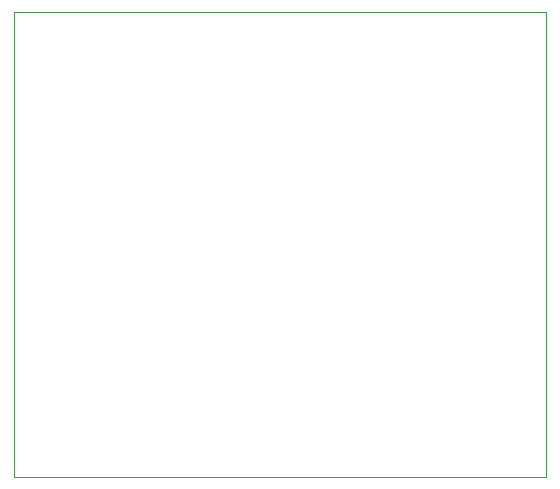
<source format=gbr>
G04 #@! TF.GenerationSoftware,KiCad,Pcbnew,(5.1.0-838-gcbea5149c)*
G04 #@! TF.CreationDate,2019-07-14T10:46:31-04:00*
G04 #@! TF.ProjectId,555BlinkingLED,35353542-6c69-46e6-9b69-6e674c45442e,rev?*
G04 #@! TF.SameCoordinates,Original*
G04 #@! TF.FileFunction,Profile,NP*
%FSLAX46Y46*%
G04 Gerber Fmt 4.6, Leading zero omitted, Abs format (unit mm)*
G04 Created by KiCad (PCBNEW (5.1.0-838-gcbea5149c)) date 2019-07-14 10:46:31*
%MOMM*%
%LPD*%
G04 APERTURE LIST*
%ADD10C,0.100000*%
G04 APERTURE END LIST*
D10*
X19050000Y-58420000D02*
X19050000Y-19050000D01*
X64135000Y-58420000D02*
X19050000Y-58420000D01*
X64135000Y-19050000D02*
X64135000Y-58420000D01*
X19050000Y-19050000D02*
X64135000Y-19050000D01*
M02*

</source>
